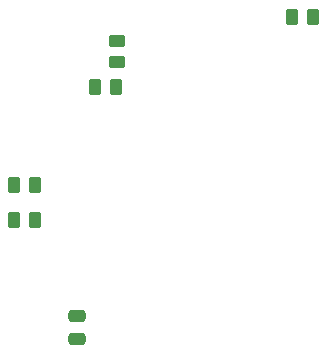
<source format=gbr>
%TF.GenerationSoftware,KiCad,Pcbnew,8.0.3*%
%TF.CreationDate,2025-03-18T19:22:59-05:00*%
%TF.ProjectId,wearable_v2_nrf,77656172-6162-46c6-955f-76325f6e7266,rev?*%
%TF.SameCoordinates,Original*%
%TF.FileFunction,Paste,Bot*%
%TF.FilePolarity,Positive*%
%FSLAX46Y46*%
G04 Gerber Fmt 4.6, Leading zero omitted, Abs format (unit mm)*
G04 Created by KiCad (PCBNEW 8.0.3) date 2025-03-18 19:22:59*
%MOMM*%
%LPD*%
G01*
G04 APERTURE LIST*
G04 Aperture macros list*
%AMRoundRect*
0 Rectangle with rounded corners*
0 $1 Rounding radius*
0 $2 $3 $4 $5 $6 $7 $8 $9 X,Y pos of 4 corners*
0 Add a 4 corners polygon primitive as box body*
4,1,4,$2,$3,$4,$5,$6,$7,$8,$9,$2,$3,0*
0 Add four circle primitives for the rounded corners*
1,1,$1+$1,$2,$3*
1,1,$1+$1,$4,$5*
1,1,$1+$1,$6,$7*
1,1,$1+$1,$8,$9*
0 Add four rect primitives between the rounded corners*
20,1,$1+$1,$2,$3,$4,$5,0*
20,1,$1+$1,$4,$5,$6,$7,0*
20,1,$1+$1,$6,$7,$8,$9,0*
20,1,$1+$1,$8,$9,$2,$3,0*%
G04 Aperture macros list end*
%ADD10RoundRect,0.250000X0.262500X0.450000X-0.262500X0.450000X-0.262500X-0.450000X0.262500X-0.450000X0*%
%ADD11RoundRect,0.250000X0.450000X-0.262500X0.450000X0.262500X-0.450000X0.262500X-0.450000X-0.262500X0*%
%ADD12RoundRect,0.250000X-0.475000X0.250000X-0.475000X-0.250000X0.475000X-0.250000X0.475000X0.250000X0*%
%ADD13RoundRect,0.250000X-0.262500X-0.450000X0.262500X-0.450000X0.262500X0.450000X-0.262500X0.450000X0*%
G04 APERTURE END LIST*
D10*
%TO.C,R2*%
X86312500Y-67150000D03*
X84487500Y-67150000D03*
%TD*%
D11*
%TO.C,R12*%
X93200000Y-56775000D03*
X93200000Y-54950000D03*
%TD*%
D12*
%TO.C,C2*%
X89825000Y-78275000D03*
X89825000Y-80175000D03*
%TD*%
D13*
%TO.C,R4*%
X108012500Y-52900000D03*
X109837500Y-52900000D03*
%TD*%
%TO.C,R11*%
X91337500Y-58900000D03*
X93162500Y-58900000D03*
%TD*%
D10*
%TO.C,R3*%
X86312500Y-70100000D03*
X84487500Y-70100000D03*
%TD*%
M02*

</source>
